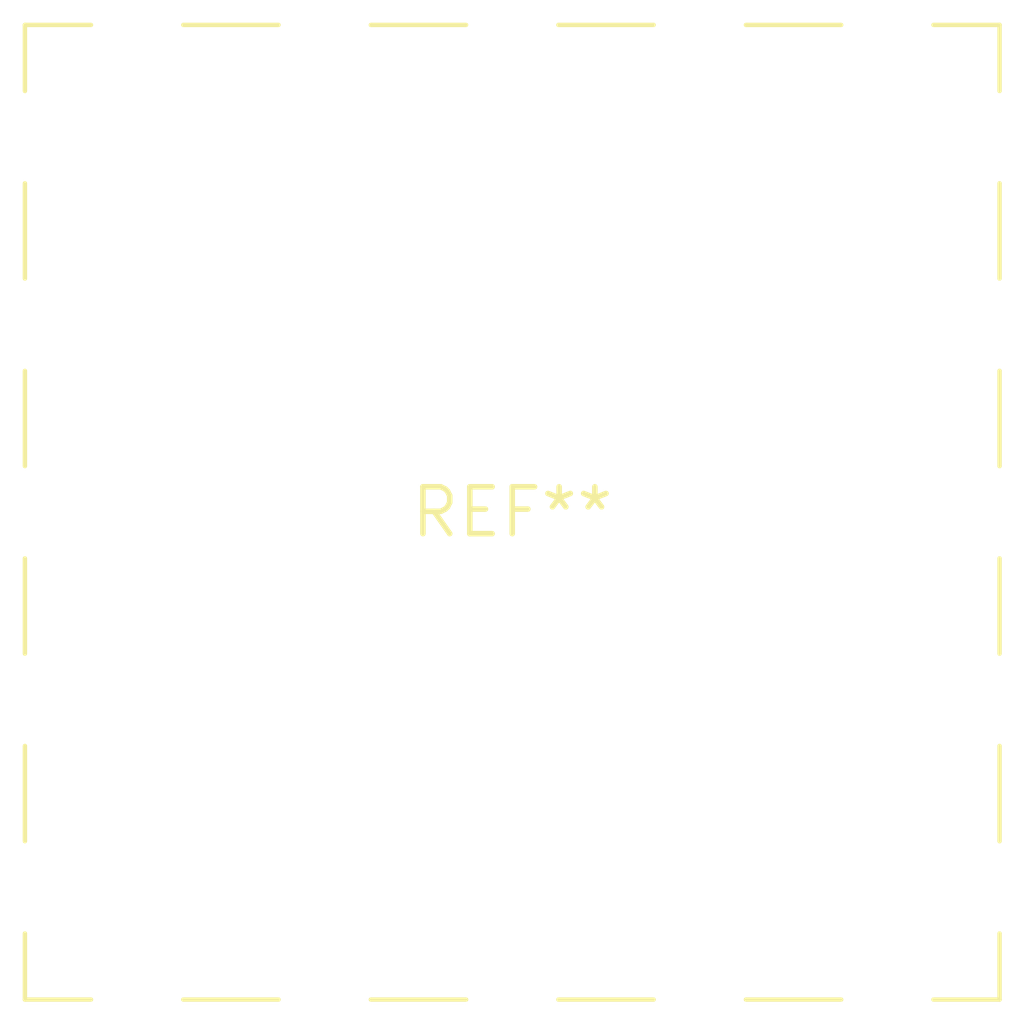
<source format=kicad_pcb>
(kicad_pcb (version 20240108) (generator pcbnew)
  (layers (0 "F.Cu" signal) (31 "B.Cu" signal) (34 "B.Paste" user) (35 "F.Paste" user) (36 "B.SilkS" user "B.Silkscreen") (37 "F.SilkS" user "F.Silkscreen") (38 "B.Mask" user) (39 "F.Mask" user) (44 "Edge.Cuts" user))
  (net 0 "")
  (footprint "Wuerth_36503255_25x25mm" (layer "F.Cu") (at 0 0)
    (property "Reference" "REF**")
    (property "Value" "Wuerth_36503255_25x25mm")
    (fp_line (start -13.2 -13.2) (end -11.41 -13.2) (layer "F.SilkS") (stroke (width 0.12)))
    (fp_line (start -13.2 -11.41) (end -13.2 -13.2) (layer "F.SilkS") (stroke (width 0.12)))
    (fp_line (start -13.2 -6.33) (end -13.2 -8.91) (layer "F.SilkS") (stroke (width 0.12)))
    (fp_line (start -13.2 -1.25) (end -13.2 -3.83) (layer "F.SilkS") (stroke (width 0.12)))
    (fp_line (start -13.2 1.25) (end -13.2 3.83) (layer "F.SilkS") (stroke (width 0.12)))
    (fp_line (start -13.2 6.33) (end -13.2 8.91) (layer "F.SilkS") (stroke (width 0.12)))
    (fp_line (start -13.2 11.41) (end -13.2 13.2) (layer "F.SilkS") (stroke (width 0.12)))
    (fp_line (start -13.2 13.2) (end -11.41 13.2) (layer "F.SilkS") (stroke (width 0.12)))
    (fp_line (start -6.33 -13.2) (end -8.91 -13.2) (layer "F.SilkS") (stroke (width 0.12)))
    (fp_line (start -6.33 13.2) (end -8.91 13.2) (layer "F.SilkS") (stroke (width 0.12)))
    (fp_line (start -1.25 -13.2) (end -3.83 -13.2) (layer "F.SilkS") (stroke (width 0.12)))
    (fp_line (start -1.25 13.2) (end -3.83 13.2) (layer "F.SilkS") (stroke (width 0.12)))
    (fp_line (start 1.25 -13.2) (end 3.83 -13.2) (layer "F.SilkS") (stroke (width 0.12)))
    (fp_line (start 1.25 13.2) (end 3.83 13.2) (layer "F.SilkS") (stroke (width 0.12)))
    (fp_line (start 6.33 -13.2) (end 8.91 -13.2) (layer "F.SilkS") (stroke (width 0.12)))
    (fp_line (start 6.33 13.2) (end 8.91 13.2) (layer "F.SilkS") (stroke (width 0.12)))
    (fp_line (start 13.2 -13.2) (end 11.41 -13.2) (layer "F.SilkS") (stroke (width 0.12)))
    (fp_line (start 13.2 -11.41) (end 13.2 -13.2) (layer "F.SilkS") (stroke (width 0.12)))
    (fp_line (start 13.2 -6.33) (end 13.2 -8.91) (layer "F.SilkS") (stroke (width 0.12)))
    (fp_line (start 13.2 -1.25) (end 13.2 -3.83) (layer "F.SilkS") (stroke (width 0.12)))
    (fp_line (start 13.2 1.25) (end 13.2 3.83) (layer "F.SilkS") (stroke (width 0.12)))
    (fp_line (start 13.2 6.33) (end 13.2 8.91) (layer "F.SilkS") (stroke (width 0.12)))
    (fp_line (start 13.2 11.41) (end 13.2 13.2) (layer "F.SilkS") (stroke (width 0.12)))
    (fp_line (start 13.2 13.2) (end 11.41 13.2) (layer "F.SilkS") (stroke (width 0.12)))
    (pad "1" thru_hole circle (at -12.75 -10.16) (size 1.7 1.7) (drill 1.1) (layers *.Cu *.Mask) (remove_unused_layers))
    (pad "1" thru_hole circle (at -12.75 -5.08) (size 1.7 1.7) (drill 1.1) (layers *.Cu *.Mask) (remove_unused_layers))
    (pad "1" thru_hole circle (at -12.75 0) (size 1.7 1.7) (drill 1.1) (layers *.Cu *.Mask) (remove_unused_layers))
    (pad "1" thru_hole circle (at -12.75 5.08) (size 1.7 1.7) (drill 1.1) (layers *.Cu *.Mask) (remove_unused_layers))
    (pad "1" thru_hole circle (at -12.75 10.16) (size 1.7 1.7) (drill 1.1) (layers *.Cu *.Mask) (remove_unused_layers))
    (pad "1" thru_hole circle (at -10.16 -12.75) (size 1.7 1.7) (drill 1.1) (layers *.Cu *.Mask) (remove_unused_layers))
    (pad "1" thru_hole circle (at -10.16 12.75) (size 1.7 1.7) (drill 1.1) (layers *.Cu *.Mask) (remove_unused_layers))
    (pad "1" thru_hole circle (at -5.08 -12.75) (size 1.7 1.7) (drill 1.1) (layers *.Cu *.Mask) (remove_unused_layers))
    (pad "1" thru_hole circle (at -5.08 12.75) (size 1.7 1.7) (drill 1.1) (layers *.Cu *.Mask) (remove_unused_layers))
    (pad "1" thru_hole circle (at 0 -12.75) (size 1.7 1.7) (drill 1.1) (layers *.Cu *.Mask) (remove_unused_layers))
    (pad "1" thru_hole circle (at 0 12.75) (size 1.7 1.7) (drill 1.1) (layers *.Cu *.Mask) (remove_unused_layers))
    (pad "1" thru_hole circle (at 5.08 -12.75) (size 1.7 1.7) (drill 1.1) (layers *.Cu *.Mask) (remove_unused_layers))
    (pad "1" thru_hole circle (at 5.08 12.75) (size 1.7 1.7) (drill 1.1) (layers *.Cu *.Mask) (remove_unused_layers))
    (pad "1" thru_hole circle (at 10.16 -12.75) (size 1.7 1.7) (drill 1.1) (layers *.Cu *.Mask) (remove_unused_layers))
    (pad "1" thru_hole circle (at 10.16 12.75) (size 1.7 1.7) (drill 1.1) (layers *.Cu *.Mask) (remove_unused_layers))
    (pad "1" thru_hole circle (at 12.75 -10.16) (size 1.7 1.7) (drill 1.1) (layers *.Cu *.Mask) (remove_unused_layers))
    (pad "1" thru_hole circle (at 12.75 -5.08) (size 1.7 1.7) (drill 1.1) (layers *.Cu *.Mask) (remove_unused_layers))
    (pad "1" thru_hole circle (at 12.75 0) (size 1.7 1.7) (drill 1.1) (layers *.Cu *.Mask) (remove_unused_layers))
    (pad "1" thru_hole circle (at 12.75 5.08) (size 1.7 1.7) (drill 1.1) (layers *.Cu *.Mask) (remove_unused_layers))
    (pad "1" thru_hole circle (at 12.75 10.16) (size 1.7 1.7) (drill 1.1) (layers *.Cu *.Mask) (remove_unused_layers))
  )
)
</source>
